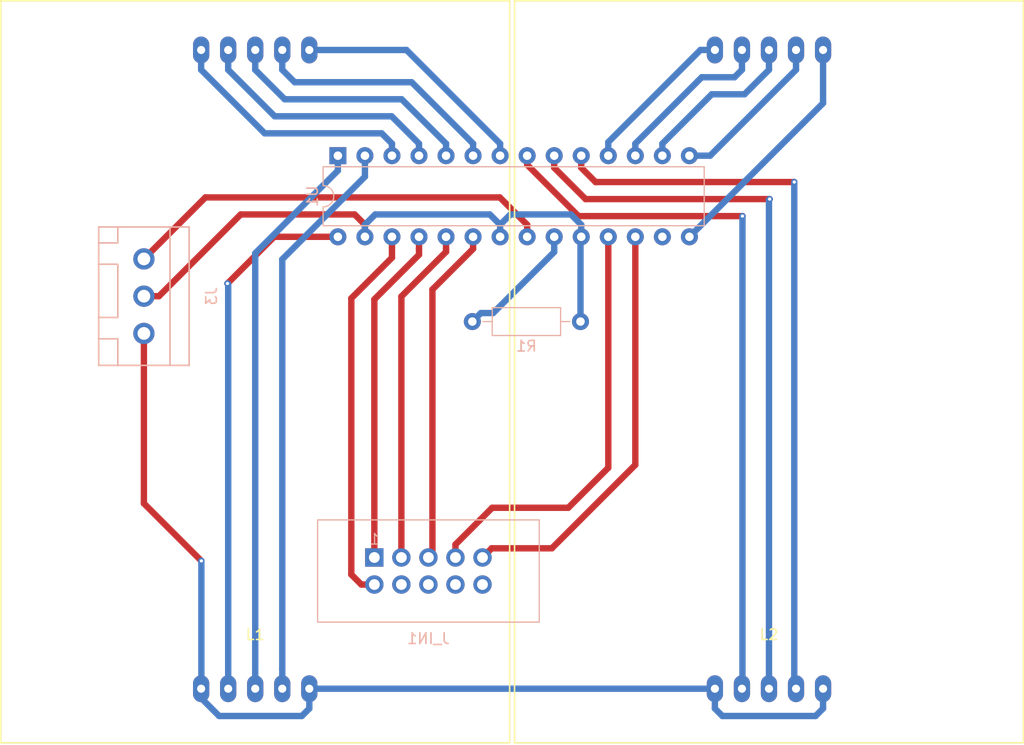
<source format=kicad_pcb>
(kicad_pcb (version 4) (host pcbnew 4.0.6)

  (general
    (links 63)
    (no_connects 27)
    (area -7.574861 -9.395 138.640001 134.6)
    (thickness 1.6)
    (drawings 0)
    (tracks 141)
    (zones 0)
    (modules 6)
    (nets 32)
  )

  (page A4)
  (layers
    (0 F.Cu signal)
    (31 B.Cu signal)
    (32 B.Adhes user hide)
    (33 F.Adhes user hide)
    (34 B.Paste user hide)
    (35 F.Paste user hide)
    (36 B.SilkS user)
    (37 F.SilkS user)
    (38 B.Mask user hide)
    (39 F.Mask user hide)
    (40 Dwgs.User user hide)
    (41 Cmts.User user hide)
    (42 Eco1.User user hide)
    (43 Eco2.User user hide)
    (44 Edge.Cuts user)
    (45 Margin user hide)
    (46 B.CrtYd user)
    (47 F.CrtYd user)
    (48 B.Fab user hide)
    (49 F.Fab user hide)
  )

  (setup
    (last_trace_width 0.6)
    (trace_clearance 1)
    (zone_clearance 0.508)
    (zone_45_only no)
    (trace_min 0.2)
    (segment_width 0.2)
    (edge_width 0.1)
    (via_size 0.6)
    (via_drill 0.3)
    (via_min_size 0.4)
    (via_min_drill 0.3)
    (uvia_size 0.3)
    (uvia_drill 0.1)
    (uvias_allowed no)
    (uvia_min_size 0.2)
    (uvia_min_drill 0.1)
    (pcb_text_width 0.3)
    (pcb_text_size 1.5 1.5)
    (mod_edge_width 0.15)
    (mod_text_size 1 1)
    (mod_text_width 0.15)
    (pad_size 1.5 1.5)
    (pad_drill 0.6)
    (pad_to_mask_clearance 0)
    (aux_axis_origin 0 0)
    (visible_elements FFFFFF7F)
    (pcbplotparams
      (layerselection 0x00030_80000001)
      (usegerberextensions false)
      (excludeedgelayer true)
      (linewidth 0.100000)
      (plotframeref false)
      (viasonmask false)
      (mode 1)
      (useauxorigin false)
      (hpglpennumber 1)
      (hpglpenspeed 20)
      (hpglpendiameter 15)
      (hpglpenoverlay 2)
      (psnegative false)
      (psa4output false)
      (plotreference true)
      (plotvalue true)
      (plotinvisibletext false)
      (padsonsilk false)
      (subtractmaskfromsilk false)
      (outputformat 1)
      (mirror false)
      (drillshape 1)
      (scaleselection 1)
      (outputdirectory ""))
  )

  (net 0 "")
  (net 1 Earth)
  (net 2 /led-module/VLED)
  (net 3 /led-module/VCC)
  (net 4 /led-module/SCLK)
  (net 5 /led-module/XLAT)
  (net 6 /led-module/BLANK)
  (net 7 /led-module/GSCLK)
  (net 8 /led-module/SIN)
  (net 9 /led-module/SOUT)
  (net 10 "Net-(J_IN1-Pad8)")
  (net 11 "Net-(J_IN1-Pad10)")
  (net 12 /led-module/1SEG_E)
  (net 13 /led-module/1SEG_D)
  (net 14 /led-module/1SEG_C)
  (net 15 /led-module/1SEG_B)
  (net 16 /led-module/1DP)
  (net 17 /led-module/1SEG_G)
  (net 18 /led-module/1SEG_F)
  (net 19 /led-module/1SEG_A)
  (net 20 /led-module/2SEG_E)
  (net 21 /led-module/2SEG_D)
  (net 22 /led-module/2SEG_C)
  (net 23 /led-module/2SEG_B)
  (net 24 /led-module/2DP)
  (net 25 /led-module/2SEG_G)
  (net 26 /led-module/2SEG_F)
  (net 27 /led-module/2SEG_A)
  (net 28 "Net-(R1-Pad1)")
  (net 29 "Net-(U1-Pad16)")
  (net 30 "Net-(J_IN1-Pad4)")
  (net 31 "Net-(J_IN1-Pad6)")

  (net_class Default "This is the default net class."
    (clearance 1)
    (trace_width 0.6)
    (via_dia 0.6)
    (via_drill 0.3)
    (uvia_dia 0.3)
    (uvia_drill 0.1)
    (add_net /BLANK)
    (add_net /GSCLK)
    (add_net /SCLK)
    (add_net /SIN)
    (add_net /SOUT1)
    (add_net /SOUT2)
    (add_net /VCC)
    (add_net /VLED)
    (add_net /XLAT)
    (add_net /led-module/1DP)
    (add_net /led-module/1SEG_A)
    (add_net /led-module/1SEG_B)
    (add_net /led-module/1SEG_C)
    (add_net /led-module/1SEG_D)
    (add_net /led-module/1SEG_E)
    (add_net /led-module/1SEG_F)
    (add_net /led-module/1SEG_G)
    (add_net /led-module/2DP)
    (add_net /led-module/2SEG_A)
    (add_net /led-module/2SEG_B)
    (add_net /led-module/2SEG_C)
    (add_net /led-module/2SEG_D)
    (add_net /led-module/2SEG_E)
    (add_net /led-module/2SEG_F)
    (add_net /led-module/2SEG_G)
    (add_net /led-module/BLANK)
    (add_net /led-module/GSCLK)
    (add_net /led-module/SCLK)
    (add_net /led-module/SIN)
    (add_net /led-module/SOUT)
    (add_net /led-module/VCC)
    (add_net /led-module/VLED)
    (add_net /led-module/XLAT)
    (add_net Earth)
    (add_net "Net-(J2-Pad1)")
    (add_net "Net-(J2-Pad3)")
    (add_net "Net-(J_IN1-Pad10)")
    (add_net "Net-(J_IN1-Pad4)")
    (add_net "Net-(J_IN1-Pad6)")
    (add_net "Net-(J_IN1-Pad8)")
    (add_net "Net-(J_M1-Pad10)")
    (add_net "Net-(J_M1-Pad7)")
    (add_net "Net-(J_M1-Pad8)")
    (add_net "Net-(J_M1-Pad9)")
    (add_net "Net-(J_M2-Pad10)")
    (add_net "Net-(J_M2-Pad7)")
    (add_net "Net-(J_M2-Pad8)")
    (add_net "Net-(J_M2-Pad9)")
    (add_net "Net-(J_M3-Pad10)")
    (add_net "Net-(J_M3-Pad7)")
    (add_net "Net-(J_M3-Pad8)")
    (add_net "Net-(J_M3-Pad9)")
    (add_net "Net-(R1-Pad1)")
    (add_net "Net-(SW1-Pad2)")
    (add_net "Net-(U1-Pad16)")
    (add_net "Net-(U10-Pad1)")
    (add_net "Net-(U10-Pad10)")
    (add_net "Net-(U10-Pad11)")
    (add_net "Net-(U10-Pad12)")
    (add_net "Net-(U10-Pad14)")
    (add_net "Net-(U10-Pad17)")
    (add_net "Net-(U10-Pad18)")
    (add_net "Net-(U10-Pad19)")
    (add_net "Net-(U10-Pad2)")
    (add_net "Net-(U10-Pad23)")
    (add_net "Net-(U10-Pad24)")
    (add_net "Net-(U10-Pad25)")
    (add_net "Net-(U10-Pad26)")
    (add_net "Net-(U10-Pad27)")
    (add_net "Net-(U10-Pad28)")
    (add_net "Net-(U10-Pad3)")
    (add_net "Net-(U10-Pad4)")
    (add_net "Net-(U10-Pad9)")
  )

  (module Connectors_WAGO:WAGO_734_3pin_Straight (layer B.Cu) (tedit 0) (tstamp 591D763E)
    (at 54.94782 91.39682 90)
    (descr "WAGO, Serie 734, Socket, Stiftleiste, 3 polig, 3 pin, straight, gerade, Date 05Jul2010,")
    (tags "WAGO, Serie 734, Socket, Stiftleiste, 3 polig, 3 pin, straight, gerade, Date 05Jul2010,")
    (path /58DA6720/58DE4A1B)
    (fp_text reference J3 (at 0 6.35 90) (layer B.SilkS)
      (effects (font (size 1 1) (thickness 0.15)) (justify mirror))
    )
    (fp_text value CONN_PWR (at 0 -6.35 90) (layer B.Fab)
      (effects (font (size 1 1) (thickness 0.15)) (justify mirror))
    )
    (fp_line (start -6.49986 2.4511) (end 6.49986 2.4511) (layer B.SilkS) (width 0.15))
    (fp_line (start 5.00126 -4.24942) (end 5.00126 -2.4511) (layer B.SilkS) (width 0.15))
    (fp_line (start 5.00126 -2.4511) (end 6.49986 -2.4511) (layer B.SilkS) (width 0.15))
    (fp_line (start -1.99898 -4.24942) (end -1.99898 -2.4511) (layer B.SilkS) (width 0.15))
    (fp_line (start -1.99898 -2.4511) (end 2.99974 -2.4511) (layer B.SilkS) (width 0.15))
    (fp_line (start 2.99974 -2.4511) (end 2.99974 -4.24942) (layer B.SilkS) (width 0.15))
    (fp_line (start -6.49986 -2.4511) (end -4.0005 -2.4511) (layer B.SilkS) (width 0.15))
    (fp_line (start -4.0005 -2.4511) (end -4.0005 -4.24942) (layer B.SilkS) (width 0.15))
    (fp_line (start 0 -4.24942) (end -6.49986 -4.24942) (layer B.SilkS) (width 0.15))
    (fp_line (start -6.49986 -4.24942) (end -6.49986 4.24942) (layer B.SilkS) (width 0.15))
    (fp_line (start -6.49986 4.24942) (end 6.49986 4.24942) (layer B.SilkS) (width 0.15))
    (fp_line (start 6.49986 4.24942) (end 6.49986 -4.24942) (layer B.SilkS) (width 0.15))
    (fp_line (start 6.49986 -4.24942) (end 0 -4.24942) (layer B.SilkS) (width 0.15))
    (pad 2 thru_hole circle (at 0 0 90) (size 1.99898 1.99898) (drill 1.19888) (layers *.Cu *.Mask)
      (net 1 Earth))
    (pad 1 thru_hole circle (at -3.50012 0 90) (size 1.99898 1.99898) (drill 1.19888) (layers *.Cu *.Mask)
      (net 2 /led-module/VLED))
    (pad 3 thru_hole circle (at 3.50012 0 90) (size 1.99898 1.99898) (drill 1.19888) (layers *.Cu *.Mask)
      (net 3 /led-module/VCC))
  )

  (module Connectors:IDC_Header_Straight_10pins (layer B.Cu) (tedit 0) (tstamp 591D76A0)
    (at 76.5937 115.94338)
    (descr "10 pins through hole IDC header")
    (tags "IDC header socket VASCH")
    (path /58DA6720/58DE4F42)
    (fp_text reference J_IN1 (at 5.08 7.62) (layer B.SilkS)
      (effects (font (size 1 1) (thickness 0.15)) (justify mirror))
    )
    (fp_text value CONN_IF (at 5.08 -5.223) (layer B.Fab)
      (effects (font (size 1 1) (thickness 0.15)) (justify mirror))
    )
    (fp_line (start -5.08 5.82) (end 15.24 5.82) (layer B.Fab) (width 0.1))
    (fp_line (start -4.54 5.27) (end 14.68 5.27) (layer B.Fab) (width 0.1))
    (fp_line (start -5.08 -3.28) (end 15.24 -3.28) (layer B.Fab) (width 0.1))
    (fp_line (start -4.54 -2.73) (end 2.83 -2.73) (layer B.Fab) (width 0.1))
    (fp_line (start 7.33 -2.73) (end 14.68 -2.73) (layer B.Fab) (width 0.1))
    (fp_line (start 2.83 -2.73) (end 2.83 -3.28) (layer B.Fab) (width 0.1))
    (fp_line (start 7.33 -2.73) (end 7.33 -3.28) (layer B.Fab) (width 0.1))
    (fp_line (start -5.08 5.82) (end -5.08 -3.28) (layer B.Fab) (width 0.1))
    (fp_line (start -4.54 5.27) (end -4.54 -2.73) (layer B.Fab) (width 0.1))
    (fp_line (start 15.24 5.82) (end 15.24 -3.28) (layer B.Fab) (width 0.1))
    (fp_line (start 14.68 5.27) (end 14.68 -2.73) (layer B.Fab) (width 0.1))
    (fp_line (start -5.08 5.82) (end -4.54 5.27) (layer B.Fab) (width 0.1))
    (fp_line (start 15.24 5.82) (end 14.68 5.27) (layer B.Fab) (width 0.1))
    (fp_line (start -5.08 -3.28) (end -4.54 -2.73) (layer B.Fab) (width 0.1))
    (fp_line (start 15.24 -3.28) (end 14.68 -2.73) (layer B.Fab) (width 0.1))
    (fp_line (start -5.58 6.32) (end 15.74 6.32) (layer B.CrtYd) (width 0.05))
    (fp_line (start 15.74 6.32) (end 15.74 -3.78) (layer B.CrtYd) (width 0.05))
    (fp_line (start 15.74 -3.78) (end -5.58 -3.78) (layer B.CrtYd) (width 0.05))
    (fp_line (start -5.58 -3.78) (end -5.58 6.32) (layer B.CrtYd) (width 0.05))
    (fp_text user 1 (at 0.02 -1.72) (layer B.SilkS)
      (effects (font (size 1 1) (thickness 0.12)) (justify mirror))
    )
    (fp_line (start -5.33 6.07) (end 15.49 6.07) (layer B.SilkS) (width 0.12))
    (fp_line (start 15.49 6.07) (end 15.49 -3.53) (layer B.SilkS) (width 0.12))
    (fp_line (start 15.49 -3.53) (end -5.33 -3.53) (layer B.SilkS) (width 0.12))
    (fp_line (start -5.33 -3.53) (end -5.33 6.07) (layer B.SilkS) (width 0.12))
    (pad 1 thru_hole rect (at 0 0) (size 1.7272 1.7272) (drill 1.016) (layers *.Cu *.Mask)
      (net 4 /led-module/SCLK))
    (pad 2 thru_hole oval (at 0 2.54) (size 1.7272 1.7272) (drill 1.016) (layers *.Cu *.Mask)
      (net 8 /led-module/SIN))
    (pad 3 thru_hole oval (at 2.54 0) (size 1.7272 1.7272) (drill 1.016) (layers *.Cu *.Mask)
      (net 5 /led-module/XLAT))
    (pad 4 thru_hole oval (at 2.54 2.54) (size 1.7272 1.7272) (drill 1.016) (layers *.Cu *.Mask)
      (net 30 "Net-(J_IN1-Pad4)"))
    (pad 5 thru_hole oval (at 5.08 0) (size 1.7272 1.7272) (drill 1.016) (layers *.Cu *.Mask)
      (net 6 /led-module/BLANK))
    (pad 6 thru_hole oval (at 5.08 2.54) (size 1.7272 1.7272) (drill 1.016) (layers *.Cu *.Mask)
      (net 31 "Net-(J_IN1-Pad6)"))
    (pad 7 thru_hole oval (at 7.62 0) (size 1.7272 1.7272) (drill 1.016) (layers *.Cu *.Mask)
      (net 7 /led-module/GSCLK))
    (pad 8 thru_hole oval (at 7.62 2.54) (size 1.7272 1.7272) (drill 1.016) (layers *.Cu *.Mask)
      (net 10 "Net-(J_IN1-Pad8)"))
    (pad 9 thru_hole oval (at 10.16 0) (size 1.7272 1.7272) (drill 1.016) (layers *.Cu *.Mask)
      (net 9 /led-module/SOUT))
    (pad 10 thru_hole oval (at 10.16 2.54) (size 1.7272 1.7272) (drill 1.016) (layers *.Cu *.Mask)
      (net 11 "Net-(J_IN1-Pad10)"))
  )

  (module footprint:KYX-23101BS (layer F.Cu) (tedit 58EA1F65) (tstamp 591D7724)
    (at 65.405 133.35)
    (path /58DA6720/58DA6DE9)
    (fp_text reference L1 (at 0 -10.16) (layer F.SilkS)
      (effects (font (size 1 1) (thickness 0.15)))
    )
    (fp_text value KYX-23101BS (at -11.43 -9.39) (layer F.Fab)
      (effects (font (size 1 1) (thickness 0.15)))
    )
    (fp_line (start -23.9 -69.7) (end -23.9 0) (layer F.SilkS) (width 0.15))
    (fp_line (start 23.9 -69.7) (end -23.9 -69.7) (layer F.SilkS) (width 0.15))
    (fp_line (start 23.9 0) (end 23.9 -69.7) (layer F.SilkS) (width 0.15))
    (fp_line (start -23.9 0) (end 23.9 0) (layer F.SilkS) (width 0.15))
    (pad 1 thru_hole oval (at -5.08 -5.08) (size 1.524 2.524) (drill 0.762) (layers *.Cu *.Mask)
      (net 2 /led-module/VLED))
    (pad 2 thru_hole oval (at -2.54 -5.08) (size 1.524 2.524) (drill 0.762) (layers *.Cu *.Mask)
      (net 12 /led-module/1SEG_E))
    (pad 3 thru_hole oval (at 0 -5.08) (size 1.524 2.524) (drill 0.762) (layers *.Cu *.Mask)
      (net 13 /led-module/1SEG_D))
    (pad 4 thru_hole oval (at 2.54 -5.08) (size 1.524 2.524) (drill 0.762) (layers *.Cu *.Mask)
      (net 14 /led-module/1SEG_C))
    (pad 5 thru_hole oval (at 5.08 -5.08) (size 1.524 2.524) (drill 0.762) (layers *.Cu *.Mask)
      (net 2 /led-module/VLED))
    (pad 6 thru_hole oval (at 5.08 -65.08) (size 1.524 2.524) (drill 0.762) (layers *.Cu *.Mask)
      (net 15 /led-module/1SEG_B))
    (pad 8 thru_hole oval (at 0 -65.08) (size 1.524 2.524) (drill 0.762) (layers *.Cu *.Mask)
      (net 16 /led-module/1DP))
    (pad 10 thru_hole oval (at -5.08 -65.08) (size 1.524 2.524) (drill 0.762) (layers *.Cu *.Mask)
      (net 17 /led-module/1SEG_G))
    (pad 9 thru_hole oval (at -2.54 -65.08) (size 1.524 2.524) (drill 0.762) (layers *.Cu *.Mask)
      (net 18 /led-module/1SEG_F))
    (pad 7 thru_hole oval (at 2.54 -65.08) (size 1.524 2.524) (drill 0.762) (layers *.Cu *.Mask)
      (net 19 /led-module/1SEG_A))
  )

  (module footprint:KYX-23101BS (layer F.Cu) (tedit 58EA1F65) (tstamp 591D7736)
    (at 113.665 133.35)
    (path /58DA6720/58DA6D99)
    (fp_text reference L2 (at 0 -10.16) (layer F.SilkS)
      (effects (font (size 1 1) (thickness 0.15)))
    )
    (fp_text value KYX-23101BS (at -11.43 -9.39) (layer F.Fab)
      (effects (font (size 1 1) (thickness 0.15)))
    )
    (fp_line (start -23.9 -69.7) (end -23.9 0) (layer F.SilkS) (width 0.15))
    (fp_line (start 23.9 -69.7) (end -23.9 -69.7) (layer F.SilkS) (width 0.15))
    (fp_line (start 23.9 0) (end 23.9 -69.7) (layer F.SilkS) (width 0.15))
    (fp_line (start -23.9 0) (end 23.9 0) (layer F.SilkS) (width 0.15))
    (pad 1 thru_hole oval (at -5.08 -5.08) (size 1.524 2.524) (drill 0.762) (layers *.Cu *.Mask)
      (net 2 /led-module/VLED))
    (pad 2 thru_hole oval (at -2.54 -5.08) (size 1.524 2.524) (drill 0.762) (layers *.Cu *.Mask)
      (net 20 /led-module/2SEG_E))
    (pad 3 thru_hole oval (at 0 -5.08) (size 1.524 2.524) (drill 0.762) (layers *.Cu *.Mask)
      (net 21 /led-module/2SEG_D))
    (pad 4 thru_hole oval (at 2.54 -5.08) (size 1.524 2.524) (drill 0.762) (layers *.Cu *.Mask)
      (net 22 /led-module/2SEG_C))
    (pad 5 thru_hole oval (at 5.08 -5.08) (size 1.524 2.524) (drill 0.762) (layers *.Cu *.Mask)
      (net 2 /led-module/VLED))
    (pad 6 thru_hole oval (at 5.08 -65.08) (size 1.524 2.524) (drill 0.762) (layers *.Cu *.Mask)
      (net 23 /led-module/2SEG_B))
    (pad 8 thru_hole oval (at 0 -65.08) (size 1.524 2.524) (drill 0.762) (layers *.Cu *.Mask)
      (net 24 /led-module/2DP))
    (pad 10 thru_hole oval (at -5.08 -65.08) (size 1.524 2.524) (drill 0.762) (layers *.Cu *.Mask)
      (net 25 /led-module/2SEG_G))
    (pad 9 thru_hole oval (at -2.54 -65.08) (size 1.524 2.524) (drill 0.762) (layers *.Cu *.Mask)
      (net 26 /led-module/2SEG_F))
    (pad 7 thru_hole oval (at 2.54 -65.08) (size 1.524 2.524) (drill 0.762) (layers *.Cu *.Mask)
      (net 27 /led-module/2SEG_A))
  )

  (module Resistors_THT:R_Axial_DIN0207_L6.3mm_D2.5mm_P10.16mm_Horizontal (layer B.Cu) (tedit 5874F706) (tstamp 591D774C)
    (at 85.79866 93.78188)
    (descr "Resistor, Axial_DIN0207 series, Axial, Horizontal, pin pitch=10.16mm, 0.25W = 1/4W, length*diameter=6.3*2.5mm^2, http://cdn-reichelt.de/documents/datenblatt/B400/1_4W%23YAG.pdf")
    (tags "Resistor Axial_DIN0207 series Axial Horizontal pin pitch 10.16mm 0.25W = 1/4W length 6.3mm diameter 2.5mm")
    (path /58DA6720/58DBC521)
    (fp_text reference R1 (at 5.08 2.31) (layer B.SilkS)
      (effects (font (size 1 1) (thickness 0.15)) (justify mirror))
    )
    (fp_text value 2k (at 5.08 -2.31) (layer B.Fab)
      (effects (font (size 1 1) (thickness 0.15)) (justify mirror))
    )
    (fp_line (start 1.93 1.25) (end 1.93 -1.25) (layer B.Fab) (width 0.1))
    (fp_line (start 1.93 -1.25) (end 8.23 -1.25) (layer B.Fab) (width 0.1))
    (fp_line (start 8.23 -1.25) (end 8.23 1.25) (layer B.Fab) (width 0.1))
    (fp_line (start 8.23 1.25) (end 1.93 1.25) (layer B.Fab) (width 0.1))
    (fp_line (start 0 0) (end 1.93 0) (layer B.Fab) (width 0.1))
    (fp_line (start 10.16 0) (end 8.23 0) (layer B.Fab) (width 0.1))
    (fp_line (start 1.87 1.31) (end 1.87 -1.31) (layer B.SilkS) (width 0.12))
    (fp_line (start 1.87 -1.31) (end 8.29 -1.31) (layer B.SilkS) (width 0.12))
    (fp_line (start 8.29 -1.31) (end 8.29 1.31) (layer B.SilkS) (width 0.12))
    (fp_line (start 8.29 1.31) (end 1.87 1.31) (layer B.SilkS) (width 0.12))
    (fp_line (start 0.98 0) (end 1.87 0) (layer B.SilkS) (width 0.12))
    (fp_line (start 9.18 0) (end 8.29 0) (layer B.SilkS) (width 0.12))
    (fp_line (start -1.05 1.6) (end -1.05 -1.6) (layer B.CrtYd) (width 0.05))
    (fp_line (start -1.05 -1.6) (end 11.25 -1.6) (layer B.CrtYd) (width 0.05))
    (fp_line (start 11.25 -1.6) (end 11.25 1.6) (layer B.CrtYd) (width 0.05))
    (fp_line (start 11.25 1.6) (end -1.05 1.6) (layer B.CrtYd) (width 0.05))
    (pad 1 thru_hole circle (at 0 0) (size 1.6 1.6) (drill 0.8) (layers *.Cu *.Mask)
      (net 28 "Net-(R1-Pad1)"))
    (pad 2 thru_hole oval (at 10.16 0) (size 1.6 1.6) (drill 0.8) (layers *.Cu *.Mask)
      (net 1 Earth))
    (model Resistors_THT.3dshapes/R_Axial_DIN0207_L6.3mm_D2.5mm_P10.16mm_Horizontal.wrl
      (at (xyz 0 0 0))
      (scale (xyz 0.393701 0.393701 0.393701))
      (rotate (xyz 0 0 0))
    )
  )

  (module Housings_DIP:DIP-28_W7.62mm (layer B.Cu) (tedit 58CC8E2F) (tstamp 591D777C)
    (at 73.16978 78.19898 270)
    (descr "28-lead dip package, row spacing 7.62 mm (300 mils)")
    (tags "DIL DIP PDIP 2.54mm 7.62mm 300mil")
    (path /58DA6720/58DA6A59)
    (fp_text reference U1 (at 3.81 2.39 270) (layer B.SilkS)
      (effects (font (size 1 1) (thickness 0.15)) (justify mirror))
    )
    (fp_text value TLC5940NT (at 3.81 -35.41 270) (layer B.Fab)
      (effects (font (size 1 1) (thickness 0.15)) (justify mirror))
    )
    (fp_text user %R (at 3.81 -16.51 270) (layer B.Fab)
      (effects (font (size 1 1) (thickness 0.15)) (justify mirror))
    )
    (fp_line (start 1.635 1.27) (end 6.985 1.27) (layer B.Fab) (width 0.1))
    (fp_line (start 6.985 1.27) (end 6.985 -34.29) (layer B.Fab) (width 0.1))
    (fp_line (start 6.985 -34.29) (end 0.635 -34.29) (layer B.Fab) (width 0.1))
    (fp_line (start 0.635 -34.29) (end 0.635 0.27) (layer B.Fab) (width 0.1))
    (fp_line (start 0.635 0.27) (end 1.635 1.27) (layer B.Fab) (width 0.1))
    (fp_line (start 2.81 1.39) (end 1.04 1.39) (layer B.SilkS) (width 0.12))
    (fp_line (start 1.04 1.39) (end 1.04 -34.41) (layer B.SilkS) (width 0.12))
    (fp_line (start 1.04 -34.41) (end 6.58 -34.41) (layer B.SilkS) (width 0.12))
    (fp_line (start 6.58 -34.41) (end 6.58 1.39) (layer B.SilkS) (width 0.12))
    (fp_line (start 6.58 1.39) (end 4.81 1.39) (layer B.SilkS) (width 0.12))
    (fp_line (start -1.1 1.6) (end -1.1 -34.6) (layer B.CrtYd) (width 0.05))
    (fp_line (start -1.1 -34.6) (end 8.7 -34.6) (layer B.CrtYd) (width 0.05))
    (fp_line (start 8.7 -34.6) (end 8.7 1.6) (layer B.CrtYd) (width 0.05))
    (fp_line (start 8.7 1.6) (end -1.1 1.6) (layer B.CrtYd) (width 0.05))
    (fp_arc (start 3.81 1.39) (end 2.81 1.39) (angle 180) (layer B.SilkS) (width 0.12))
    (pad 1 thru_hole rect (at 0 0 270) (size 1.6 1.6) (drill 0.8) (layers *.Cu *.Mask)
      (net 13 /led-module/1SEG_D))
    (pad 15 thru_hole oval (at 7.62 -33.02 270) (size 1.6 1.6) (drill 0.8) (layers *.Cu *.Mask)
      (net 23 /led-module/2SEG_B))
    (pad 2 thru_hole oval (at 0 -2.54 270) (size 1.6 1.6) (drill 0.8) (layers *.Cu *.Mask)
      (net 14 /led-module/1SEG_C))
    (pad 16 thru_hole oval (at 7.62 -30.48 270) (size 1.6 1.6) (drill 0.8) (layers *.Cu *.Mask)
      (net 29 "Net-(U1-Pad16)"))
    (pad 3 thru_hole oval (at 0 -5.08 270) (size 1.6 1.6) (drill 0.8) (layers *.Cu *.Mask)
      (net 17 /led-module/1SEG_G))
    (pad 17 thru_hole oval (at 7.62 -27.94 270) (size 1.6 1.6) (drill 0.8) (layers *.Cu *.Mask)
      (net 9 /led-module/SOUT))
    (pad 4 thru_hole oval (at 0 -7.62 270) (size 1.6 1.6) (drill 0.8) (layers *.Cu *.Mask)
      (net 18 /led-module/1SEG_F))
    (pad 18 thru_hole oval (at 7.62 -25.4 270) (size 1.6 1.6) (drill 0.8) (layers *.Cu *.Mask)
      (net 7 /led-module/GSCLK))
    (pad 5 thru_hole oval (at 0 -10.16 270) (size 1.6 1.6) (drill 0.8) (layers *.Cu *.Mask)
      (net 16 /led-module/1DP))
    (pad 19 thru_hole oval (at 7.62 -22.86 270) (size 1.6 1.6) (drill 0.8) (layers *.Cu *.Mask)
      (net 1 Earth))
    (pad 6 thru_hole oval (at 0 -12.7 270) (size 1.6 1.6) (drill 0.8) (layers *.Cu *.Mask)
      (net 19 /led-module/1SEG_A))
    (pad 20 thru_hole oval (at 7.62 -20.32 270) (size 1.6 1.6) (drill 0.8) (layers *.Cu *.Mask)
      (net 28 "Net-(R1-Pad1)"))
    (pad 7 thru_hole oval (at 0 -15.24 270) (size 1.6 1.6) (drill 0.8) (layers *.Cu *.Mask)
      (net 15 /led-module/1SEG_B))
    (pad 21 thru_hole oval (at 7.62 -17.78 270) (size 1.6 1.6) (drill 0.8) (layers *.Cu *.Mask)
      (net 3 /led-module/VCC))
    (pad 8 thru_hole oval (at 0 -17.78 270) (size 1.6 1.6) (drill 0.8) (layers *.Cu *.Mask)
      (net 20 /led-module/2SEG_E))
    (pad 22 thru_hole oval (at 7.62 -15.24 270) (size 1.6 1.6) (drill 0.8) (layers *.Cu *.Mask)
      (net 1 Earth))
    (pad 9 thru_hole oval (at 0 -20.32 270) (size 1.6 1.6) (drill 0.8) (layers *.Cu *.Mask)
      (net 21 /led-module/2SEG_D))
    (pad 23 thru_hole oval (at 7.62 -12.7 270) (size 1.6 1.6) (drill 0.8) (layers *.Cu *.Mask)
      (net 6 /led-module/BLANK))
    (pad 10 thru_hole oval (at 0 -22.86 270) (size 1.6 1.6) (drill 0.8) (layers *.Cu *.Mask)
      (net 22 /led-module/2SEG_C))
    (pad 24 thru_hole oval (at 7.62 -10.16 270) (size 1.6 1.6) (drill 0.8) (layers *.Cu *.Mask)
      (net 5 /led-module/XLAT))
    (pad 11 thru_hole oval (at 0 -25.4 270) (size 1.6 1.6) (drill 0.8) (layers *.Cu *.Mask)
      (net 25 /led-module/2SEG_G))
    (pad 25 thru_hole oval (at 7.62 -7.62 270) (size 1.6 1.6) (drill 0.8) (layers *.Cu *.Mask)
      (net 4 /led-module/SCLK))
    (pad 12 thru_hole oval (at 0 -27.94 270) (size 1.6 1.6) (drill 0.8) (layers *.Cu *.Mask)
      (net 26 /led-module/2SEG_F))
    (pad 26 thru_hole oval (at 7.62 -5.08 270) (size 1.6 1.6) (drill 0.8) (layers *.Cu *.Mask)
      (net 8 /led-module/SIN))
    (pad 13 thru_hole oval (at 0 -30.48 270) (size 1.6 1.6) (drill 0.8) (layers *.Cu *.Mask)
      (net 24 /led-module/2DP))
    (pad 27 thru_hole oval (at 7.62 -2.54 270) (size 1.6 1.6) (drill 0.8) (layers *.Cu *.Mask)
      (net 1 Earth))
    (pad 14 thru_hole oval (at 0 -33.02 270) (size 1.6 1.6) (drill 0.8) (layers *.Cu *.Mask)
      (net 27 /led-module/2SEG_A))
    (pad 28 thru_hole oval (at 7.62 0 270) (size 1.6 1.6) (drill 0.8) (layers *.Cu *.Mask)
      (net 12 /led-module/1SEG_E))
    (model Housings_DIP.3dshapes/DIP-28_W7.62mm.wrl
      (at (xyz 0 0 0))
      (scale (xyz 1 1 1))
      (rotate (xyz 0 0 0))
    )
  )

  (segment (start 54.94782 91.39682) (end 56.361312 91.39682) (width 0.6) (layer F.Cu) (net 1))
  (segment (start 56.361312 91.39682) (end 64.039153 83.718979) (width 0.6) (layer F.Cu) (net 1))
  (segment (start 64.039153 83.718979) (end 74.741149 83.718979) (width 0.6) (layer F.Cu) (net 1))
  (segment (start 74.741149 83.718979) (end 75.70978 84.68761) (width 0.6) (layer F.Cu) (net 1))
  (segment (start 75.70978 84.68761) (end 75.70978 85.81898) (width 0.6) (layer F.Cu) (net 1))
  (segment (start 95.95866 93.78188) (end 95.95866 85.8901) (width 0.6) (layer B.Cu) (net 1))
  (segment (start 95.95866 85.8901) (end 96.02978 85.81898) (width 0.6) (layer B.Cu) (net 1))
  (segment (start 88.40978 85.81898) (end 88.40978 84.68761) (width 0.6) (layer B.Cu) (net 1))
  (segment (start 88.40978 84.68761) (end 89.378411 83.718979) (width 0.6) (layer B.Cu) (net 1))
  (segment (start 89.378411 83.718979) (end 95.061149 83.718979) (width 0.6) (layer B.Cu) (net 1))
  (segment (start 96.02978 84.68761) (end 96.02978 85.81898) (width 0.6) (layer B.Cu) (net 1))
  (segment (start 95.061149 83.718979) (end 96.02978 84.68761) (width 0.6) (layer B.Cu) (net 1))
  (segment (start 75.70978 85.81898) (end 75.70978 84.68761) (width 0.6) (layer B.Cu) (net 1))
  (segment (start 75.70978 84.68761) (end 76.678411 83.718979) (width 0.6) (layer B.Cu) (net 1))
  (segment (start 76.678411 83.718979) (end 87.441149 83.718979) (width 0.6) (layer B.Cu) (net 1))
  (segment (start 87.441149 83.718979) (end 88.40978 84.68761) (width 0.6) (layer B.Cu) (net 1))
  (segment (start 108.585 128.27) (end 108.585 130.132) (width 0.6) (layer B.Cu) (net 2))
  (segment (start 108.585 130.132) (end 109.28501 130.83201) (width 0.6) (layer B.Cu) (net 2))
  (segment (start 109.28501 130.83201) (end 118.04499 130.83201) (width 0.6) (layer B.Cu) (net 2))
  (segment (start 118.04499 130.83201) (end 118.745 130.132) (width 0.6) (layer B.Cu) (net 2))
  (segment (start 118.745 130.132) (end 118.745 128.27) (width 0.6) (layer B.Cu) (net 2))
  (segment (start 70.485 128.27) (end 108.585 128.27) (width 0.6) (layer B.Cu) (net 2))
  (segment (start 60.325 128.27) (end 60.325 129.146122) (width 0.6) (layer B.Cu) (net 2))
  (segment (start 69.78499 130.83201) (end 70.485 130.132) (width 0.6) (layer B.Cu) (net 2))
  (segment (start 60.325 129.146122) (end 62.010888 130.83201) (width 0.6) (layer B.Cu) (net 2))
  (segment (start 62.010888 130.83201) (end 69.78499 130.83201) (width 0.6) (layer B.Cu) (net 2))
  (segment (start 70.485 130.132) (end 70.485 128.27) (width 0.6) (layer B.Cu) (net 2))
  (segment (start 60.34532 116.26342) (end 60.34532 128.24968) (width 0.6) (layer B.Cu) (net 2))
  (segment (start 60.34532 128.24968) (end 60.325 128.27) (width 0.6) (layer B.Cu) (net 2))
  (segment (start 54.94782 94.89694) (end 54.94782 110.86592) (width 0.6) (layer F.Cu) (net 2))
  (segment (start 54.94782 110.86592) (end 60.34532 116.26342) (width 0.6) (layer F.Cu) (net 2))
  (via (at 60.34532 116.26342) (size 0.6) (drill 0.3) (layers F.Cu B.Cu) (net 2))
  (segment (start 54.94782 87.8967) (end 60.725549 82.118971) (width 0.6) (layer F.Cu) (net 3))
  (segment (start 60.725549 82.118971) (end 88.381141 82.118971) (width 0.6) (layer F.Cu) (net 3))
  (segment (start 88.381141 82.118971) (end 90.94978 84.68761) (width 0.6) (layer F.Cu) (net 3))
  (segment (start 90.94978 84.68761) (end 90.94978 85.81898) (width 0.6) (layer F.Cu) (net 3))
  (segment (start 76.5937 115.94338) (end 76.5937 91.70092) (width 0.6) (layer F.Cu) (net 4))
  (segment (start 76.5937 91.70092) (end 80.78978 87.50484) (width 0.6) (layer F.Cu) (net 4))
  (segment (start 80.78978 87.50484) (end 80.78978 86.95035) (width 0.6) (layer F.Cu) (net 4))
  (segment (start 80.78978 86.95035) (end 80.78978 85.81898) (width 0.6) (layer F.Cu) (net 4))
  (segment (start 79.1337 115.94338) (end 79.1337 91.423675) (width 0.6) (layer F.Cu) (net 5))
  (segment (start 79.1337 91.423675) (end 83.32978 87.227595) (width 0.6) (layer F.Cu) (net 5))
  (segment (start 83.32978 87.227595) (end 83.32978 86.95035) (width 0.6) (layer F.Cu) (net 5))
  (segment (start 83.32978 86.95035) (end 83.32978 85.81898) (width 0.6) (layer F.Cu) (net 5))
  (segment (start 81.6737 115.94338) (end 82.03692 115.94338) (width 0.6) (layer F.Cu) (net 6))
  (segment (start 82.03692 115.94338) (end 82.050099 115.930201) (width 0.6) (layer F.Cu) (net 6))
  (segment (start 85.86978 86.95035) (end 85.86978 85.81898) (width 0.6) (layer F.Cu) (net 6))
  (segment (start 82.050099 115.930201) (end 82.050099 90.770031) (width 0.6) (layer F.Cu) (net 6))
  (segment (start 82.050099 90.770031) (end 85.86978 86.95035) (width 0.6) (layer F.Cu) (net 6))
  (segment (start 94.810966 111.27232) (end 98.56978 107.513506) (width 0.6) (layer F.Cu) (net 7))
  (segment (start 98.56978 107.513506) (end 98.56978 85.81898) (width 0.6) (layer F.Cu) (net 7))
  (segment (start 84.2137 115.94338) (end 84.2137 114.722066) (width 0.6) (layer F.Cu) (net 7))
  (segment (start 87.663446 111.27232) (end 94.810966 111.27232) (width 0.6) (layer F.Cu) (net 7))
  (segment (start 84.2137 114.722066) (end 87.663446 111.27232) (width 0.6) (layer F.Cu) (net 7))
  (segment (start 74.430099 91.601767) (end 78.24978 87.782086) (width 0.6) (layer F.Cu) (net 8))
  (segment (start 78.24978 87.782086) (end 78.24978 85.81898) (width 0.6) (layer F.Cu) (net 8))
  (segment (start 76.5937 118.48338) (end 75.372386 118.48338) (width 0.6) (layer F.Cu) (net 8))
  (segment (start 75.372386 118.48338) (end 74.430099 117.541093) (width 0.6) (layer F.Cu) (net 8))
  (segment (start 74.430099 117.541093) (end 74.430099 91.601767) (width 0.6) (layer F.Cu) (net 8))
  (segment (start 93.266259 115.079781) (end 101.10978 107.23626) (width 0.6) (layer F.Cu) (net 9))
  (segment (start 101.10978 107.23626) (end 101.10978 85.81898) (width 0.6) (layer F.Cu) (net 9))
  (segment (start 86.7537 115.94338) (end 87.617299 115.079781) (width 0.6) (layer F.Cu) (net 9))
  (segment (start 87.617299 115.079781) (end 93.266259 115.079781) (width 0.6) (layer F.Cu) (net 9))
  (segment (start 62.79642 90.2081) (end 67.18554 85.81898) (width 0.6) (layer F.Cu) (net 12))
  (segment (start 67.18554 85.81898) (end 73.16978 85.81898) (width 0.6) (layer F.Cu) (net 12))
  (segment (start 62.865 128.27) (end 62.865 90.27668) (width 0.6) (layer B.Cu) (net 12))
  (segment (start 62.865 90.27668) (end 62.79642 90.2081) (width 0.6) (layer B.Cu) (net 12))
  (via (at 62.79642 90.2081) (size 0.6) (drill 0.3) (layers F.Cu B.Cu) (net 12))
  (segment (start 73.16978 78.19898) (end 73.16978 79.59898) (width 0.6) (layer B.Cu) (net 13))
  (segment (start 73.16978 79.59898) (end 65.405 87.36376) (width 0.6) (layer B.Cu) (net 13))
  (segment (start 65.405 87.36376) (end 65.405 126.408) (width 0.6) (layer B.Cu) (net 13))
  (segment (start 65.405 126.408) (end 65.405 128.27) (width 0.6) (layer B.Cu) (net 13))
  (segment (start 75.70978 78.19898) (end 75.70978 80.170978) (width 0.6) (layer B.Cu) (net 14))
  (segment (start 75.70978 80.170978) (end 67.945 87.935758) (width 0.6) (layer B.Cu) (net 14))
  (segment (start 67.945 87.935758) (end 67.945 126.408) (width 0.6) (layer B.Cu) (net 14))
  (segment (start 67.945 126.408) (end 67.945 128.27) (width 0.6) (layer B.Cu) (net 14))
  (segment (start 70.485 68.27) (end 79.61217 68.27) (width 0.6) (layer B.Cu) (net 15))
  (segment (start 79.61217 68.27) (end 88.40978 77.06761) (width 0.6) (layer B.Cu) (net 15))
  (segment (start 88.40978 77.06761) (end 88.40978 78.19898) (width 0.6) (layer B.Cu) (net 15))
  (segment (start 65.405 68.27) (end 65.405 70.132) (width 0.6) (layer B.Cu) (net 16))
  (segment (start 65.405 70.132) (end 68.171959 72.898959) (width 0.6) (layer B.Cu) (net 16))
  (segment (start 68.171959 72.898959) (end 79.161129 72.898959) (width 0.6) (layer B.Cu) (net 16))
  (segment (start 79.161129 72.898959) (end 83.32978 77.06761) (width 0.6) (layer B.Cu) (net 16))
  (segment (start 83.32978 77.06761) (end 83.32978 78.19898) (width 0.6) (layer B.Cu) (net 16))
  (segment (start 60.325 68.27) (end 60.325 70.132) (width 0.6) (layer B.Cu) (net 17))
  (segment (start 60.325 70.132) (end 66.291979 76.098979) (width 0.6) (layer B.Cu) (net 17))
  (segment (start 66.291979 76.098979) (end 77.281149 76.098979) (width 0.6) (layer B.Cu) (net 17))
  (segment (start 77.281149 76.098979) (end 78.24978 77.06761) (width 0.6) (layer B.Cu) (net 17))
  (segment (start 78.24978 77.06761) (end 78.24978 78.19898) (width 0.6) (layer B.Cu) (net 17))
  (segment (start 62.865 68.27) (end 62.865 70.132) (width 0.6) (layer B.Cu) (net 18))
  (segment (start 62.865 70.132) (end 67.231969 74.498969) (width 0.6) (layer B.Cu) (net 18))
  (segment (start 67.231969 74.498969) (end 78.221139 74.498969) (width 0.6) (layer B.Cu) (net 18))
  (segment (start 78.221139 74.498969) (end 80.78978 77.06761) (width 0.6) (layer B.Cu) (net 18))
  (segment (start 80.78978 77.06761) (end 80.78978 78.19898) (width 0.6) (layer B.Cu) (net 18))
  (segment (start 67.945 68.27) (end 67.945 70.132) (width 0.6) (layer B.Cu) (net 19))
  (segment (start 69.111949 71.298949) (end 80.101119 71.298949) (width 0.6) (layer B.Cu) (net 19))
  (segment (start 67.945 70.132) (end 69.111949 71.298949) (width 0.6) (layer B.Cu) (net 19))
  (segment (start 80.101119 71.298949) (end 85.86978 77.06761) (width 0.6) (layer B.Cu) (net 19))
  (segment (start 85.86978 77.06761) (end 85.86978 78.19898) (width 0.6) (layer B.Cu) (net 19))
  (segment (start 111.17326 83.87549) (end 111.17326 128.22174) (width 0.6) (layer B.Cu) (net 20))
  (segment (start 111.17326 128.22174) (end 111.125 128.27) (width 0.6) (layer B.Cu) (net 20))
  (segment (start 95.772175 83.8755) (end 111.17325 83.8755) (width 0.6) (layer F.Cu) (net 20))
  (segment (start 111.17325 83.8755) (end 111.17326 83.87549) (width 0.6) (layer F.Cu) (net 20))
  (via (at 111.17326 83.87549) (size 0.6) (drill 0.3) (layers F.Cu B.Cu) (net 20))
  (segment (start 90.94978 78.19898) (end 90.94978 79.053104) (width 0.6) (layer F.Cu) (net 20))
  (segment (start 90.94978 79.053104) (end 95.772175 83.8755) (width 0.6) (layer F.Cu) (net 20))
  (segment (start 113.665 128.27) (end 113.665 82.33645) (width 0.6) (layer B.Cu) (net 21))
  (segment (start 113.665 82.33645) (end 113.72596 82.27549) (width 0.6) (layer B.Cu) (net 21))
  (via (at 113.72596 82.27549) (size 0.6) (drill 0.3) (layers F.Cu B.Cu) (net 21))
  (segment (start 93.48978 78.19898) (end 93.48978 79.33035) (width 0.6) (layer F.Cu) (net 21))
  (segment (start 93.48978 79.33035) (end 96.43492 82.27549) (width 0.6) (layer F.Cu) (net 21))
  (segment (start 96.43492 82.27549) (end 113.72596 82.27549) (width 0.6) (layer F.Cu) (net 21))
  (segment (start 116.0399 80.67548) (end 116.0399 128.1049) (width 0.6) (layer B.Cu) (net 22))
  (segment (start 116.0399 128.1049) (end 116.205 128.27) (width 0.6) (layer B.Cu) (net 22))
  (segment (start 96.02978 78.19898) (end 96.02978 79.33035) (width 0.6) (layer F.Cu) (net 22))
  (segment (start 96.02978 79.33035) (end 97.37491 80.67548) (width 0.6) (layer F.Cu) (net 22))
  (segment (start 97.37491 80.67548) (end 116.0399 80.67548) (width 0.6) (layer F.Cu) (net 22))
  (via (at 116.0399 80.67548) (size 0.6) (drill 0.3) (layers F.Cu B.Cu) (net 22))
  (segment (start 106.18978 85.81898) (end 118.745 73.26376) (width 0.6) (layer B.Cu) (net 23))
  (segment (start 118.745 73.26376) (end 118.745 68.27) (width 0.6) (layer B.Cu) (net 23))
  (segment (start 103.64978 78.19898) (end 103.64978 77.06761) (width 0.6) (layer B.Cu) (net 24))
  (segment (start 108.28537 72.43202) (end 111.36498 72.43202) (width 0.6) (layer B.Cu) (net 24))
  (segment (start 103.64978 77.06761) (end 108.28537 72.43202) (width 0.6) (layer B.Cu) (net 24))
  (segment (start 111.36498 72.43202) (end 113.665 70.132) (width 0.6) (layer B.Cu) (net 24))
  (segment (start 113.665 70.132) (end 113.665 68.27) (width 0.6) (layer B.Cu) (net 24))
  (segment (start 98.56978 78.19898) (end 98.56978 76.92322) (width 0.6) (layer B.Cu) (net 25))
  (segment (start 98.56978 76.92322) (end 107.223 68.27) (width 0.6) (layer B.Cu) (net 25))
  (segment (start 107.223 68.27) (end 108.585 68.27) (width 0.6) (layer B.Cu) (net 25))
  (segment (start 101.10978 78.19898) (end 101.10978 77.06761) (width 0.6) (layer B.Cu) (net 26))
  (segment (start 101.10978 77.06761) (end 107.34538 70.83201) (width 0.6) (layer B.Cu) (net 26))
  (segment (start 107.34538 70.83201) (end 110.42499 70.83201) (width 0.6) (layer B.Cu) (net 26))
  (segment (start 110.42499 70.83201) (end 111.125 70.132) (width 0.6) (layer B.Cu) (net 26))
  (segment (start 111.125 70.132) (end 111.125 68.27) (width 0.6) (layer B.Cu) (net 26))
  (segment (start 106.18978 78.19898) (end 108.13802 78.19898) (width 0.6) (layer B.Cu) (net 27))
  (segment (start 108.13802 78.19898) (end 116.205 70.132) (width 0.6) (layer B.Cu) (net 27))
  (segment (start 116.205 70.132) (end 116.205 68.27) (width 0.6) (layer B.Cu) (net 27))
  (segment (start 85.79866 93.78188) (end 86.598659 92.981881) (width 0.6) (layer B.Cu) (net 28))
  (segment (start 86.598659 92.981881) (end 87.749279 92.981881) (width 0.6) (layer B.Cu) (net 28))
  (segment (start 87.749279 92.981881) (end 93.48978 87.24138) (width 0.6) (layer B.Cu) (net 28))
  (segment (start 93.48978 87.24138) (end 93.48978 86.95035) (width 0.6) (layer B.Cu) (net 28))
  (segment (start 93.48978 86.95035) (end 93.48978 85.81898) (width 0.6) (layer B.Cu) (net 28))

)

</source>
